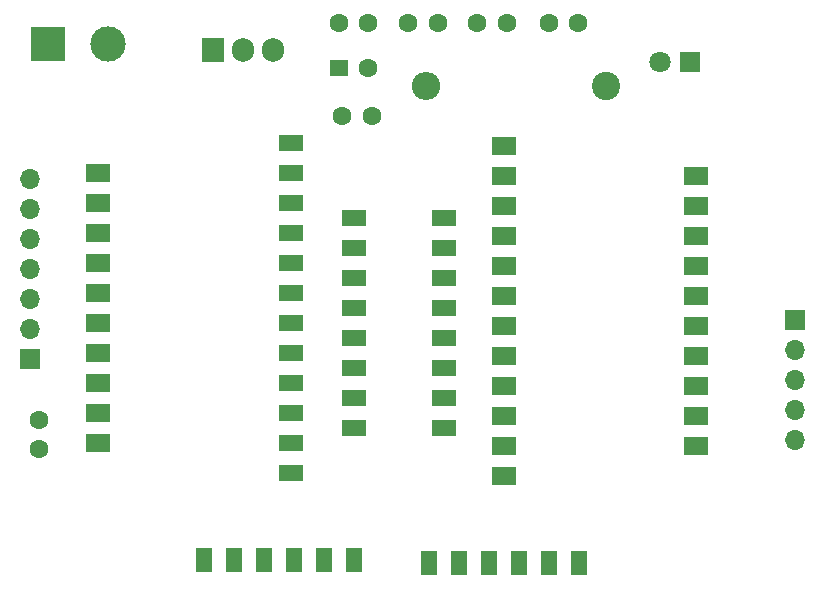
<source format=gbr>
G04 #@! TF.GenerationSoftware,KiCad,Pcbnew,(5.1.2)-2*
G04 #@! TF.CreationDate,2020-01-26T16:04:11+07:00*
G04 #@! TF.ProjectId,driver_motor,64726976-6572-45f6-9d6f-746f722e6b69,rev?*
G04 #@! TF.SameCoordinates,Original*
G04 #@! TF.FileFunction,Copper,L1,Top*
G04 #@! TF.FilePolarity,Positive*
%FSLAX46Y46*%
G04 Gerber Fmt 4.6, Leading zero omitted, Abs format (unit mm)*
G04 Created by KiCad (PCBNEW (5.1.2)-2) date 2020-01-26 16:04:11*
%MOMM*%
%LPD*%
G04 APERTURE LIST*
%ADD10C,1.600000*%
%ADD11R,2.000000X1.600000*%
%ADD12R,2.000000X1.400000*%
%ADD13R,1.600000X1.400000*%
%ADD14R,1.800000X1.800000*%
%ADD15C,1.800000*%
%ADD16R,3.000000X3.000000*%
%ADD17C,3.000000*%
%ADD18R,1.700000X1.700000*%
%ADD19O,1.700000X1.700000*%
%ADD20R,1.400000X2.000000*%
%ADD21C,2.400000*%
%ADD22O,2.400000X2.400000*%
%ADD23R,1.905000X2.000000*%
%ADD24O,1.905000X2.000000*%
G04 APERTURE END LIST*
D10*
X64262000Y-45212000D03*
X66762000Y-45212000D03*
X38862000Y-78780000D03*
X38862000Y-81280000D03*
D11*
X43898000Y-57912000D03*
X43898000Y-60452000D03*
X43898000Y-62992000D03*
X43898000Y-65532000D03*
X43898000Y-68072000D03*
X43898000Y-70612000D03*
X43898000Y-73152000D03*
X43898000Y-75692000D03*
X43898000Y-78232000D03*
X43898000Y-80772000D03*
D12*
X60198000Y-83312000D03*
X60198000Y-80772000D03*
X60198000Y-78232000D03*
X60198000Y-75692000D03*
X60198000Y-73152000D03*
X60198000Y-70612000D03*
X60198000Y-68072000D03*
X60198000Y-65532000D03*
X60198000Y-62992000D03*
X60198000Y-60452000D03*
X60198000Y-57912000D03*
X60198000Y-55372000D03*
D10*
X66762000Y-49022000D03*
D13*
X64262000Y-49022000D03*
D10*
X82042000Y-45212000D03*
X84542000Y-45212000D03*
X72644000Y-45212000D03*
X70144000Y-45212000D03*
X78486000Y-45212000D03*
X75986000Y-45212000D03*
D11*
X78232000Y-83566000D03*
X78232000Y-81026000D03*
X78232000Y-78486000D03*
X78232000Y-75946000D03*
X78232000Y-73406000D03*
X78232000Y-70866000D03*
X78232000Y-68326000D03*
X78232000Y-65786000D03*
X78232000Y-63246000D03*
X78232000Y-60706000D03*
X78232000Y-58166000D03*
X78232000Y-55626000D03*
X94532000Y-58166000D03*
X94532000Y-60706000D03*
X94532000Y-63246000D03*
X94532000Y-65786000D03*
X94532000Y-68326000D03*
X94532000Y-70866000D03*
X94532000Y-73406000D03*
X94532000Y-75946000D03*
X94532000Y-78486000D03*
X94532000Y-81026000D03*
D10*
X64556000Y-53086000D03*
X67056000Y-53086000D03*
D14*
X93980000Y-48514000D03*
D15*
X91440000Y-48514000D03*
D16*
X39624000Y-46990000D03*
D17*
X44704000Y-46990000D03*
D18*
X38100000Y-73660000D03*
D19*
X38100000Y-71120000D03*
X38100000Y-68580000D03*
X38100000Y-66040000D03*
X38100000Y-63500000D03*
X38100000Y-60960000D03*
X38100000Y-58420000D03*
D18*
X102870000Y-70358000D03*
D19*
X102870000Y-72898000D03*
X102870000Y-75438000D03*
X102870000Y-77978000D03*
X102870000Y-80518000D03*
D20*
X52832000Y-90678000D03*
X55372000Y-90678000D03*
X57912000Y-90678000D03*
X60452000Y-90678000D03*
X62992000Y-90678000D03*
X65532000Y-90678000D03*
X84582000Y-90932000D03*
X82042000Y-90932000D03*
X79502000Y-90932000D03*
X76962000Y-90932000D03*
X74422000Y-90932000D03*
X71882000Y-90932000D03*
D21*
X86868000Y-50546000D03*
D22*
X71628000Y-50546000D03*
D23*
X53594000Y-47498000D03*
D24*
X56134000Y-47498000D03*
X58674000Y-47498000D03*
D12*
X73152000Y-79502000D03*
X65532000Y-61722000D03*
X73152000Y-76962000D03*
X65532000Y-64262000D03*
X73152000Y-74422000D03*
X65532000Y-66802000D03*
X73152000Y-71882000D03*
X65532000Y-69342000D03*
X73152000Y-69342000D03*
X65532000Y-71882000D03*
X73152000Y-66802000D03*
X65532000Y-74422000D03*
X73152000Y-64262000D03*
X65532000Y-76962000D03*
X73152000Y-61722000D03*
X65532000Y-79502000D03*
M02*

</source>
